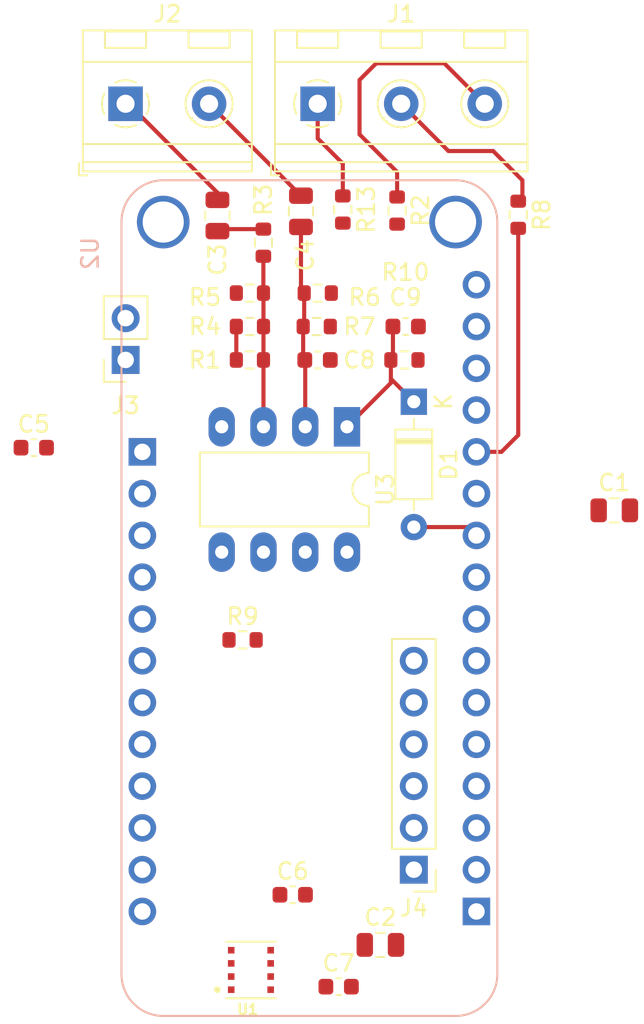
<source format=kicad_pcb>
(kicad_pcb (version 20211014) (generator pcbnew)
  (layers (0 "F.Cu" signal) (31 "B.Cu" signal) (34 "B.Paste" user) (35 "F.Paste" user) (36 "B.SilkS" user "B.Silkscreen") (37 "F.SilkS" user "F.Silkscreen") (38 "B.Mask" user) (39 "F.Mask" user) (44 "Edge.Cuts" user))
  (net 0 "")
  (net 1 "GND")
  (net 2 "DIRECTION")
  (net 3 "+10V")
  (net 4 "Net-(C3-Pad1)")
  (net 5 "Net-(C3-Pad2)")
  (net 6 "Net-(C4-Pad1)")
  (net 7 "Net-(C4-Pad2)")
  (net 8 "VCC")
  (net 9 "Net-(C9-Pad2)")
  (net 10 "SPEED")
  (net 11 "Net-(J1-Pad1)")
  (net 12 "Net-(J1-Pad2)")
  (net 13 "Net-(J1-Pad3)")
  (net 14 "SCK")
  (net 15 "MISO")
  (net 16 "MOSI")
  (net 17 "CAMERA_CS")
  (net 18 "Net-(R1-Pad2)")
  (net 19 "Net-(R9-Pad1)")
  (net 20 "SDA")
  (net 21 "SCL")
  (net 38 "+BATT")
  (footprint "Resistor_SMD:R_0603_1608Metric" (layer "F.Cu") (at 180.34 86.36)
    (fp_text reference "R9" (at 0 -1.43) (layer "F.SilkS"))
    (fp_text value "10K")
    (fp_line (start -0.237258 0.5225) (end 0.237258 0.5225) (layer "F.SilkS") (width 0.12))
    (fp_line (start -0.237258 -0.5225) (end 0.237258 -0.5225) (layer "F.SilkS") (width 0.12))
    (pad "1" smd roundrect (at -0.825 0) (size 0.8 0.95) (layers "F.Cu" "F.Paste" "F.Mask") (net 19 "Net-(R9-Pad1)"))
    (pad "2" smd roundrect (at 0.825 0) (size 0.8 0.95) (layers "F.Cu" "F.Paste" "F.Mask") (net 8 "VCC"))
  )
  (footprint "Resistor_SMD:R_0603_1608Metric" (layer "F.Cu") (at 197.104 60.515 -90)
    (fp_text reference "R8" (at 0 -1.43 90) (layer "F.SilkS"))
    (fp_text value "100k")
    (fp_line (start -0.237258 -0.5225) (end 0.237258 -0.5225) (layer "F.SilkS") (width 0.12))
    (fp_line (start -0.237258 0.5225) (end 0.237258 0.5225) (layer "F.SilkS") (width 0.12))
    (pad "1" smd roundrect (at -0.825 0 270) (size 0.8 0.95) (layers "F.Cu" "F.Paste" "F.Mask") (net 12 "Net-(J1-Pad2)"))
    (pad "2" smd roundrect (at 0.825 0 270) (size 0.8 0.95) (layers "F.Cu" "F.Paste" "F.Mask") (net 2 "DIRECTION"))
  )
  (footprint "Capacitor_SMD:C_0603_1608Metric" (layer "F.Cu") (at 186.182 107.442)
    (fp_text reference "C7" (at 0 -1.43) (layer "F.SilkS"))
    (fp_text value "0.1uf")
    (fp_line (start -0.14058 -0.51) (end 0.14058 -0.51) (layer "F.SilkS") (width 0.12))
    (fp_line (start -0.14058 0.51) (end 0.14058 0.51) (layer "F.SilkS") (width 0.12))
    (pad "1" smd roundrect (at -0.775 0) (size 0.9 0.95) (layers "F.Cu" "F.Paste" "F.Mask") (net 1 "GND"))
    (pad "2" smd roundrect (at 0.775 0) (size 0.9 0.95) (layers "F.Cu" "F.Paste" "F.Mask") (net 8 "VCC"))
  )
  (footprint "Resistor_SMD:R_0603_1608Metric" (layer "F.Cu") (at 186.436 60.198 -90)
    (fp_text reference "R13" (at 0 -1.43 90) (layer "F.SilkS"))
    (fp_text value "270")
    (fp_line (start -0.237258 0.5225) (end 0.237258 0.5225) (layer "F.SilkS") (width 0.12))
    (fp_line (start -0.237258 -0.5225) (end 0.237258 -0.5225) (layer "F.SilkS") (width 0.12))
    (pad "1" smd roundrect (at -0.825 0 270) (size 0.8 0.95) (layers "F.Cu" "F.Paste" "F.Mask") (net 11 "Net-(J1-Pad1)"))
    (pad "2" smd roundrect (at 0.825 0 270) (size 0.8 0.95) (layers "F.Cu" "F.Paste" "F.Mask") (net 1 "GND"))
  )
  (footprint "Capacitor_SMD:C_0603_1608Metric" (layer "F.Cu") (at 183.388 101.854)
    (fp_text reference "C6" (at 0 -1.43) (layer "F.SilkS"))
    (fp_text value "0.1uf")
    (fp_line (start -0.14058 0.51) (end 0.14058 0.51) (layer "F.SilkS") (width 0.12))
    (fp_line (start -0.14058 -0.51) (end 0.14058 -0.51) (layer "F.SilkS") (width 0.12))
    (pad "1" smd roundrect (at -0.775 0) (size 0.9 0.95) (layers "F.Cu" "F.Paste" "F.Mask") (net 1 "GND"))
    (pad "2" smd roundrect (at 0.775 0) (size 0.9 0.95) (layers "F.Cu" "F.Paste" "F.Mask") (net 8 "VCC"))
  )
  (footprint "TerminalBlock_RND:TerminalBlock_RND_205-00232_1x02_P5.08mm_Horizontal" (layer "F.Cu") (at 173.223 53.769)
    (fp_text reference "J2" (at 2.54 -5.46) (layer "F.SilkS"))
    (fp_text value "NRG400")
    (fp_line (start -2.6 3.55) (end 7.68 3.55) (layer "F.SilkS") (width 0.12))
    (fp_line (start 7.68 -4.46) (end 7.68 4.11) (layer "F.SilkS") (width 0.12))
    (fp_line (start -2.84 3.61) (end -2.84 4.35) (layer "F.SilkS") (width 0.12))
    (fp_line (start -2.84 4.35) (end -2.34 4.35) (layer "F.SilkS") (width 0.12))
    (fp_line (start -2.6 -4.46) (end -2.6 4.11) (layer "F.SilkS") (width 0.12))
    (fp_line (start 4.056 0.85) (end 3.996 0.91) (layer "F.SilkS") (width 0.12))
    (fp_line (start 6.165 -0.91) (end 6.105 -0.851) (layer "F.SilkS") (width 0.12))
    (fp_line (start 3.83 -4.4) (end 6.33 -4.4) (layer "F.SilkS") (width 0.12))
    (fp_line (start 3.83 -3.4) (end 6.33 -3.4) (layer "F.SilkS") (width 0.12))
    (fp_line (start 5.991 -1.085) (end 5.951 -1.045) (layer "F.SilkS") (width 0.12))
    (fp_line (start -2.6 -2.55) (end 7.68 -2.55) (layer "F.SilkS") (width 0.12))
    (fp_line (start -2.6 2.45) (end 7.68 2.45) (layer "F.SilkS") (width 0.12))
    (fp_line (start -2.6 4.11) (end 7.68 4.11) (layer "F.SilkS") (width 0.12))
    (fp_line (start 6.33 -4.4) (end 6.33 -3.4) (layer "F.SilkS") (width 0.12))
    (fp_line (start 1.25 -4.4) (end 1.25 -3.4) (layer "F.SilkS") (width 0.12))
    (fp_line (start -1.25 -4.4) (end -1.25 -3.4) (layer "F.SilkS") (width 0.12))
    (fp_line (start -1.25 -3.4) (end 1.25 -3.4) (layer "F.SilkS") (width 0.12))
    (fp_line (start -2.6 -4.46) (end 7.68 -4.46) (layer "F.SilkS") (width 0.12))
    (fp_line (start 4.21 1.045) (end 4.17 1.085) (layer "F.SilkS") (width 0.12))
    (fp_line (start -1.25 -4.4) (end 1.25 -4.4) (layer "F.SilkS") (width 0.12))
    (fp_line (start 3.83 -4.4) (end 3.83 -3.4) (layer "F.SilkS") (width 0.12))
    (fp_arc (start -0.627362 -1.285823) (mid -0.000201 -1.430706) (end 0.627 -1.286) (layer "F.SilkS") (width 0.12))
    (fp_arc (start 0.02428 1.43094) (mid -0.310437 1.397071) (end -0.628 1.286) (layer "F.SilkS") (width 0.12))
    (fp_arc (start 0.626871 1.285275) (mid 0.32168 1.393349) (end 0 1.43) (layer "F.SilkS") (width 0.12))
    (fp_arc (start -1.286611 0.626746) (mid -1.431146 -0.000698) (end -1.286 -0.628) (layer "F.SilkS") (width 0.12))
    (fp_arc (start 1.285823 -0.627362) (mid 1.430707 -0.000201) (end 1.286 0.627) (layer "F.SilkS") (width 0.12))
    (fp_circle (center 5.08 0) (end 6.51 0) (layer "F.SilkS") (width 0.12) (fill none))
    (pad "1" thru_hole rect (at 0 0) (size 2.1 2.1) (drill 1.1) (layers *.Cu *.Mask) (net 5 "Net-(C3-Pad2)"))
    (pad "2" thru_hole circle (at 5.08 0) (size 2.1 2.1) (drill 1.1) (layers *.Cu *.Mask) (net 7 "Net-(C4-Pad2)"))
  )
  (footprint "Connector_PinHeader_2.54mm:PinHeader_1x06_P2.54mm_Vertical" (layer "F.Cu") (at 190.754 100.33 180)
    (fp_text reference "J4" (at 0 -2.33) (layer "F.SilkS"))
    (fp_text value "ARDUCAM")
    (fp_line (start -1.33 -1.33) (end 0 -1.33) (layer "F.SilkS") (width 0.12))
    (fp_line (start 1.33 1.27) (end 1.33 14.03) (layer "F.SilkS") (width 0.12))
    (fp_line (start -1.33 1.27) (end 1.33 1.27) (layer "F.SilkS") (width 0.12))
    (fp_line (start -1.33 0) (end -1.33 -1.33) (layer "F.SilkS") (width 0.12))
    (fp_line (start -1.33 14.03) (end 1.33 14.03) (layer "F.SilkS") (width 0.12))
    (fp_line (start -1.33 1.27) (end -1.33 14.03) (layer "F.SilkS") (width 0.12))
    (pad "1" thru_hole rect (at 0 0 180) (size 1.7 1.7) (drill 1) (layers *.Cu *.Mask) (net 8 "VCC"))
    (pad "2" thru_hole oval (at 0 2.54 180) (size 1.7 1.7) (drill 1) (layers *.Cu *.Mask) (net 1 "GND"))
    (pad "3" thru_hole oval (at 0 5.08 180) (size 1.7 1.7) (drill 1) (layers *.Cu *.Mask) (net 14 "SCK"))
    (pad "4" thru_hole oval (at 0 7.62 180) (size 1.7 1.7) (drill 1) (layers *.Cu *.Mask) (net 15 "MISO"))
    (pad "5" thru_hole oval (at 0 10.16 180) (size 1.7 1.7) (drill 1) (layers *.Cu *.Mask) (net 16 "MOSI"))
    (pad "6" thru_hole oval (at 0 12.7 180) (size 1.7 1.7) (drill 1) (layers *.Cu *.Mask) (net 17 "CAMERA_CS"))
  )
  (footprint "Diode_THT:D_DO-35_SOD27_P7.62mm_Horizontal" (layer "F.Cu") (at 190.754 71.882 -90)
    (fp_text reference "D1" (at 3.81 -2.12 90) (layer "F.SilkS"))
    (fp_text value "1N914")
    (fp_text user "K" (at 0 -1.8 90) (layer "F.SilkS"))
    (fp_line (start 1.04 0) (end 1.69 0) (layer "F.SilkS") (width 0.12))
    (fp_line (start 2.53 -1.12) (end 2.53 1.12) (layer "F.SilkS") (width 0.12))
    (fp_line (start 2.41 -1.12) (end 2.41 1.12) (layer "F.SilkS") (width 0.12))
    (fp_line (start 2.29 -1.12) (end 2.29 1.12) (layer "F.SilkS") (width 0.12))
    (fp_line (start 1.69 1.12) (end 5.93 1.12) (layer "F.SilkS") (width 0.12))
    (fp_line (start 1.69 -1.12) (end 1.69 1.12) (layer "F.SilkS") (width 0.12))
    (fp_line (start 5.93 -1.12) (end 1.69 -1.12) (layer "F.SilkS") (width 0.12))
    (fp_line (start 6.58 0) (end 5.93 0) (layer "F.SilkS") (width 0.12))
    (fp_line (start 5.93 1.12) (end 5.93 -1.12) (layer "F.SilkS") (width 0.12))
    (pad "1" thru_hole rect (at 0 0 270) (size 1.6 1.6) (drill 0.8) (layers *.Cu *.Mask) (net 9 "Net-(C9-Pad2)"))
    (pad "2" thru_hole oval (at 7.62 0 270) (size 1.6 1.6) (drill 0.8) (layers *.Cu *.Mask) (net 10 "SPEED"))
  )
  (footprint "Capacitor_SMD:C_0805_2012Metric" (layer "F.Cu") (at 202.946 78.486)
    (fp_text reference "C1" (at 0 -1.68) (layer "F.SilkS"))
    (fp_text value "10uf")
    (fp_line (start -0.261252 -0.735) (end 0.261252 -0.735) (layer "F.SilkS") (width 0.12))
    (fp_line (start -0.261252 0.735) (end 0.261252 0.735) (layer "F.SilkS") (width 0.12))
    (pad "1" smd roundrect (at -0.95 0) (size 1 1.45) (layers "F.Cu" "F.Paste" "F.Mask") (net 1 "GND"))
    (pad "2" smd roundrect (at 0.95 0) (size 1 1.45) (layers "F.Cu" "F.Paste" "F.Mask") (net 2 "DIRECTION"))
  )
  (footprint "Resistor_SMD:R_0603_1608Metric" (layer "F.Cu") (at 184.912 65.278 180)
    (fp_text reference "R6" (at -2.857 -0.254) (layer "F.SilkS"))
    (fp_text value "10K")
    (fp_line (start -0.237258 0.5225) (end 0.237258 0.5225) (layer "F.SilkS") (width 0.12))
    (fp_line (start -0.237258 -0.5225) (end 0.237258 -0.5225) (layer "F.SilkS") (width 0.12))
    (pad "1" smd roundrect (at -0.825 0 180) (size 0.8 0.95) (layers "F.Cu" "F.Paste" "F.Mask") (net 8 "VCC"))
    (pad "2" smd roundrect (at 0.825 0 180) (size 0.8 0.95) (layers "F.Cu" "F.Paste" "F.Mask") (net 6 "Net-(C4-Pad1)"))
  )
  (footprint "TerminalBlock_RND:TerminalBlock_RND_205-00233_1x03_P5.08mm_Horizontal" (layer "F.Cu") (at 184.907 53.769)
    (fp_text reference "J1" (at 5.08 -5.46) (layer "F.SilkS"))
    (fp_text value "NRG200P")
    (fp_line (start -1.25 -4.4) (end -1.25 -3.4) (layer "F.SilkS") (width 0.12))
    (fp_line (start -2.6 2.45) (end 12.76 2.45) (layer "F.SilkS") (width 0.12))
    (fp_line (start -2.6 -4.46) (end 12.76 -4.46) (layer "F.SilkS") (width 0.12))
    (fp_line (start 9.29 1.045) (end 9.25 1.085) (layer "F.SilkS") (width 0.12))
    (fp_line (start 3.83 -4.4) (end 6.33 -4.4) (layer "F.SilkS") (width 0.12))
    (fp_line (start 11.071 -1.085) (end 11.031 -1.045) (layer "F.SilkS") (width 0.12))
    (fp_line (start -2.6 3.55) (end 12.76 3.55) (layer "F.SilkS") (width 0.12))
    (fp_line (start 4.056 0.85) (end 3.996 0.91) (layer "F.SilkS") (width 0.12))
    (fp_line (start 3.83 -3.4) (end 6.33 -3.4) (layer "F.SilkS") (width 0.12))
    (fp_line (start 6.165 -0.91) (end 6.105 -0.851) (layer "F.SilkS") (width 0.12))
    (fp_line (start 6.33 -4.4) (end 6.33 -3.4) (layer "F.SilkS") (width 0.12))
    (fp_line (start -2.6 -4.46) (end -2.6 4.11) (layer "F.SilkS") (width 0.12))
    (fp_line (start 12.76 -4.46) (end 12.76 4.11) (layer "F.SilkS") (width 0.12))
    (fp_line (start 11.41 -4.4) (end 11.41 -3.4) (layer "F.SilkS") (width 0.12))
    (fp_line (start 8.91 -4.4) (end 8.91 -3.4) (layer "F.SilkS") (width 0.12))
    (fp_line (start 8.91 -3.4) (end 11.41 -3.4) (layer "F.SilkS") (width 0.12))
    (fp_line (start 11.245 -0.91) (end 11.185 -0.851) (layer "F.SilkS") (width 0.12))
    (fp_line (start -1.25 -3.4) (end 1.25 -3.4) (layer "F.SilkS") (width 0.12))
    (fp_line (start 9.136 0.85) (end 9.076 0.91) (layer "F.SilkS") (width 0.12))
    (fp_line (start 8.91 -4.4) (end 11.41 -4.4) (layer "F.SilkS") (width 0.12))
    (fp_line (start 5.991 -1.085) (end 5.951 -1.045) (layer "F.SilkS") (width 0.12))
    (fp_line (start -2.84 3.61) (end -2.84 4.35) (layer "F.SilkS") (width 0.12))
    (fp_line (start -2.6 4.11) (end 12.76 4.11) (layer "F.SilkS") (width 0.12))
    (fp_line (start -2.6 -2.55) (end 12.76 -2.55) (layer "F.SilkS") (width 0.12))
    (fp_line (start 4.21 1.045) (end 4.17 1.085) (layer "F.SilkS") (width 0.12))
    (fp_line (start 3.83 -4.4) (end 3.83 -3.4) (layer "F.SilkS") (width 0.12))
    (fp_line (start -2.84 4.35) (end -2.34 4.35) (layer "F.SilkS") (width 0.12))
    (fp_line (start 1.25 -4.4) (end 1.25 -3.4) (layer "F.SilkS") (width 0.12))
    (fp_line (start -1.25 -4.4) (end 1.25 -4.4) (layer "F.SilkS") (width 0.12))
    (fp_arc (start 0.626871 1.285275) (mid 0.32168 1.393349) (end 0 1.43) (layer "F.SilkS") (width 0.12))
    (fp_arc (start -1.286611 0.626746) (mid -1.431146 -0.000698) (end -1.286 -0.628) (layer "F.SilkS") (width 0.12))
    (fp_arc (start -0.627362 -1.285823) (mid -0.000201 -1.430706) (end 0.627 -1.286) (layer "F.SilkS") (width 0.12))
    (fp_arc (start 0.02428 1.43094) (mid -0.310437 1.397071) (end -0.628 1.286) (layer "F.SilkS") (width 0.12))
    (fp_arc (start 1.285823 -0.627362) (mid 1.430707 -0.000201) (end 1.286 0.627) (layer "F.SilkS") (width 0.12))
    (fp_circle (center 5.08 0) (end 6.51 0) (layer "F.SilkS") (width 0.12) (fill none))
    (fp_circle (center 10.16 0) (end 11.59 0) (layer "F.SilkS") (width 0.12) (fill none))
    (pad "1" thru_hole rect (at 0 0) (size 2.1 2.1) (drill 1.1) (layers *.Cu *.Mask) (net 11 "Net-(J1-Pad1)"))
    (pad "2" thru_hole circle (at 5.08 0) (size 2.1 2.1) (drill 1.1) (layers *.Cu *.Mask) (net 12 "Net-(J1-Pad2)"))
    (pad "3" thru_hole circle (at 10.16 0) (size 2.1 2.1) (drill 1.1) (layers *.Cu *.Mask) (net 13 "Net-(J1-Pad3)"))
  )
  (footprint "Resistor_SMD:R_0603_1608Metric" (layer "F.Cu") (at 190.183 69.342)
    (fp_text reference "R10" (at 0.063 -5.334) (layer "F.SilkS"))
    (fp_text value "100K")
    (fp_line (start -0.237258 -0.5225) (end 0.237258 -0.5225) (layer "F.SilkS") (width 0.12))
    (fp_line (start -0.237258 0.5225) (end 0.237258 0.5225) (layer "F.SilkS") (width 0.12))
    (pad "1" smd roundrect (at -0.825 0) (size 0.8 0.95) (layers "F.Cu" "F.Paste" "F.Mask") (net 9 "Net-(C9-Pad2)"))
    (pad "2" smd roundrect (at 0.825 0) (size 0.8 0.95) (layers "F.Cu" "F.Paste" "F.Mask") (net 8 "VCC"))
  )
  (footprint "Resistor_SMD:R_0603_1608Metric" (layer "F.Cu") (at 180.785 65.278 180)
    (fp_text reference "R5" (at 2.731 -0.254) (layer "F.SilkS"))
    (fp_text value "10K")
    (fp_line (start -0.237258 0.5225) (end 0.237258 0.5225) (layer "F.SilkS") (width 0.12))
    (fp_line (start -0.237258 -0.5225) (end 0.237258 -0.5225) (layer "F.SilkS") (width 0.12))
    (pad "1" smd roundrect (at -0.825 0 180) (size 0.8 0.95) (layers "F.Cu" "F.Paste" "F.Mask") (net 18 "Net-(R1-Pad2)"))
    (pad "2" smd roundrect (at 0.825 0 180) (size 0.8 0.95) (layers "F.Cu" "F.Paste" "F.Mask") (net 8 "VCC"))
  )
  (footprint "Resistor_SMD:R_0603_1608Metric" (layer "F.Cu") (at 181.605 62.214 90)
    (fp_text reference "R3" (at 2.603 0 90) (layer "F.SilkS"))
    (fp_text value "10K")
    (fp_line (start -0.237258 -0.5225) (end 0.237258 -0.5225) (layer "F.SilkS") (width 0.12))
    (fp_line (start -0.237258 0.5225) (end 0.237258 0.5225) (layer "F.SilkS") (width 0.12))
    (pad "1" smd roundrect (at -0.825 0 90) (size 0.8 0.95) (layers "F.Cu" "F.Paste" "F.Mask") (net 18 "Net-(R1-Pad2)"))
    (pad "2" smd roundrect (at 0.825 0 90) (size 0.8 0.95) (layers "F.Cu" "F.Paste" "F.Mask") (net 4 "Net-(C3-Pad1)"))
  )
  (footprint "Resistor_SMD:R_0603_1608Metric" (layer "F.Cu") (at 180.785 69.342)
    (fp_text reference "R1" (at -2.731 0) (layer "F.SilkS"))
    (fp_text value "100K")
    (fp_line (start -0.237258 0.5225) (end 0.237258 0.5225) (layer "F.SilkS") (width 0.12))
    (fp_line (start -0.237258 -0.5225) (end 0.237258 -0.5225) (layer "F.SilkS") (width 0.12))
    (pad "1" smd roundrect (at -0.825 0) (size 0.8 0.95) (layers "F.Cu" "F.Paste" "F.Mask") (net 1 "GND"))
    (pad "2" smd roundrect (at 0.825 0) (size 0.8 0.95) (layers "F.Cu" "F.Paste" "F.Mask") (net 18 "Net-(R1-Pad2)"))
  )
  (footprint "Capacitor_SMD:C_0603_1608Metric" (layer "F.Cu") (at 167.64 74.676)
    (fp_text reference "C5" (at 0 -1.43) (layer "F.SilkS"))
    (fp_text value "0.1uf")
    (fp_line (start -0.14058 -0.51) (end 0.14058 -0.51) (layer "F.SilkS") (width 0.12))
    (fp_line (start -0.14058 0.51) (end 0.14058 0.51) (layer "F.SilkS") (width 0.12))
    (pad "1" smd roundrect (at -0.775 0) (size 0.9 0.95) (layers "F.Cu" "F.Paste" "F.Mask") (net 8 "VCC"))
    (pad "2" smd roundrect (at 0.775 0) (size 0.9 0.95) (layers "F.Cu" "F.Paste" "F.Mask") (net 1 "GND"))
  )
  (footprint "Capacitor_SMD:C_0603_1608Metric" (layer "F.Cu") (at 190.259 67.31 180)
    (fp_text reference "C9" (at 0.013 1.778) (layer "F.SilkS"))
    (fp_text value "0.1uf")
    (fp_line (start -0.14058 0.51) (end 0.14058 0.51) (layer "F.SilkS") (width 0.12))
    (fp_line (start -0.14058 -0.51) (end 0.14058 -0.51) (layer "F.SilkS") (width 0.12))
    (pad "1" smd roundrect (at -0.775 0 180) (size 0.9 0.95) (layers "F.Cu" "F.Paste" "F.Mask") (net 1 "GND"))
    (pad "2" smd roundrect (at 0.775 0 180) (size 0.9 0.95) (layers "F.Cu" "F.Paste" "F.Mask") (net 9 "Net-(C9-Pad2)"))
  )
  (footprint "Capacitor_SMD:C_0603_1608Metric" (layer "F.Cu") (at 184.899 69.342 180)
    (fp_text reference "C8" (at -2.54 0) (layer "F.SilkS"))
    (fp_text value "0.1uf")
    (fp_line (start -0.14058 -0.51) (end 0.14058 -0.51) (layer "F.SilkS") (width 0.12))
    (fp_line (start -0.14058 0.51) (end 0.14058 0.51) (layer "F.SilkS") (width 0.12))
    (pad "1" smd roundrect (at -0.775 0 180) (size 0.9 0.95) (layers "F.Cu" "F.Paste" "F.Mask") (net 1 "GND"))
    (pad "2" smd roundrect (at 0.775 0 180) (size 0.9 0.95) (layers "F.Cu" "F.Paste" "F.Mask") (net 6 "Net-(C4-Pad1)"))
  )
  (footprint "Connector_PinSocket_2.54mm:PinSocket_1x02_P2.54mm_Vertical" (layer "F.Cu") (at 173.228 69.342 180)
    (fp_text reference "J3" (at 0 -2.77) (layer "F.SilkS"))
    (fp_text value "SOLAR")
    (fp_line (start 0 -1.33) (end 1.33 -1.33) (layer "F.SilkS") (width 0.12))
    (fp_line (start 1.33 1.27) (end 1.33 3.87) (layer "F.SilkS") (width 0.12))
    (fp_line (start -1.33 1.27) (end -1.33 3.87) (layer "F.SilkS") (width 0.12))
    (fp_line (start -1.33 3.87) (end 1.33 3.87) (layer "F.SilkS") (width 0.12))
    (fp_line (start 1.33 -1.33) (end 1.33 0) (layer "F.SilkS") (width 0.12))
    (fp_line (start -1.33 1.27) (end 1.33 1.27) (layer "F.SilkS") (width 0.12))
    (pad "1" thru_hole rect (at 0 0 180) (size 1.7 1.7) (drill 1) (layers *.Cu *.Mask) (net 3 "+10V"))
    (pad "2" thru_hole oval (at 0 2.54 180) (size 1.7 1.7) (drill 1) (layers *.Cu *.Mask) (net 1 "GND"))
  )
  (footprint "Resistor_SMD:R_0603_1608Metric" (layer "F.Cu") (at 180.785 67.31)
    (fp_text reference "R4" (at -2.731 0) (layer "F.SilkS"))
    (fp_text value "10K")
    (fp_line (start -0.237258 0.5225) (end 0.237258 0.5225) (layer "F.SilkS") (width 0.12))
    (fp_line (start -0.237258 -0.5225) (end 0.237258 -0.5225) (layer "F.SilkS") (width 0.12))
    (pad "1" smd roundrect (at -0.825 0) (size 0.8 0.95) (layers "F.Cu" "F.Paste" "F.Mask") (net 1 "GND"))
    (pad "2" smd roundrect (at 0.825 0) (size 0.8 0.95) (layers "F.Cu" "F.Paste" "F.Mask") (net 18 "Net-(R1-Pad2)"))
  )
  (footprint "Capacitor_SMD:C_0805_2012Metric" (layer "F.Cu") (at 183.891 60.307 90)
    (fp_text reference "C4" (at -2.685 0.259 90) (layer "F.SilkS"))
    (fp_text value "10uf")
    (fp_line (start -0.261252 0.735) (end 0.261252 0.735) (layer "F.SilkS") (width 0.12))
    (fp_line (start -0.261252 -0.735) (end 0.261252 -0.735) (layer "F.SilkS") (width 0.12))
    (pad "1" smd roundrect (at -0.95 0 90) (size 1 1.45) (layers "F.Cu" "F.Paste" "F.Mask") (net 6 "Net-(C4-Pad1)"))
    (pad "2" smd roundrect (at 0.95 0 90) (size 1 1.45) (layers "F.Cu" "F.Paste" "F.Mask") (net 7 "Net-(C4-Pad2)"))
  )
  (footprint "Package_DIP:DIP-8_W7.62mm_LongPads" (layer "F.Cu") (at 186.69 73.406 -90)
    (fp_text reference "U3" (at 3.81 -2.33 90) (layer "F.SilkS"))
    (fp_text value "LM393")
    (fp_line (start 6.06 -1.33) (end 4.81 -1.33) (layer "F.SilkS") (width 0.12))
    (fp_line (start 2.81 -1.33) (end 1.56 -1.33) (layer "F.SilkS") (width 0.12))
    (fp_line (start 1.56 -1.33) (end 1.56 8.95) (layer "F.SilkS") (width 0.12))
    (fp_line (start 6.06 8.95) (end 6.06 -1.33) (layer "F.SilkS") (width 0.12))
    (fp_line (start 1.56 8.95) (end 6.06 8.95) (layer "F.SilkS") (width 0.12))
    (fp_arc (start 4.81 -1.33) (mid 3.81 -0.33) (end 2.81 -1.33) (layer "F.SilkS") (width 0.12))
    (pad "1" thru_hole rect (at 0 0 270) (size 2.4 1.6) (drill 0.8) (layers *.Cu *.Mask) (net 9 "Net-(C9-Pad2)"))
    (pad "2" thru_hole oval (at 0 2.54 270) (size 2.4 1.6) (drill 0.8) (layers *.Cu *.Mask) (net 6 "Net-(C4-Pad1)"))
    (pad "3" thru_hole oval (at 0 5.08 270) (size 2.4 1.6) (drill 0.8) (layers *.Cu *.Mask) (net 18 "Net-(R1-Pad2)"))
    (pad "4" thru_hole oval (at 0 7.62 270) (size 2.4 1.6) (drill 0.8) (layers *.Cu *.Mask) (net 1 "GND"))
    (pad "5" thru_hole oval (at 7.62 7.62 270) (size 2.4 1.6) (drill 0.8) (layers *.Cu *.Mask) (net 1 "GND"))
    (pad "6" thru_hole oval (at 7.62 5.08 270) (size 2.4 1.6) (drill 0.8) (layers *.Cu *.Mask) (net 19 "Net-(R9-Pad1)"))
    (pad "7" thru_hole oval (at 7.62 2.54 270) (size 2.4 1.6) (drill 0.8) (layers *.Cu *.Mask))
    (pad "8" thru_hole oval (at 7.62 0 270) (size 2.4 1.6) (drill 0.8) (layers *.Cu *.Mask) (net 8 "VCC"))
  )
  (footprint "Capacitor_SMD:C_0805_2012Metric" (layer "F.Cu") (at 178.811 60.561 90)
    (fp_text reference "C3" (at -2.685 0.005 90) (layer "F.SilkS"))
    (fp_text value "10uf")
    (fp_line (start -0.261252 0.735) (end 0.261252 0.735) (layer "F.SilkS") (width 0.12))
    (fp_line (start -0.261252 -0.735) (end 0.261252 -0.735) (layer "F.SilkS") (width 0.12))
    (pad "1" smd roundrect (at -0.95 0 90) (size 1 1.45) (layers "F.Cu" "F.Paste" "F.Mask") (net 4 "Net-(C3-Pad1)"))
    (pad "2" smd roundrect (at 0.95 0 90) (size 1 1.45) (layers "F.Cu" "F.Paste" "F.Mask") (net 5 "Net-(C3-Pad2)"))
  )
  (footprint "Capacitor_SMD:C_0805_2012Metric" (layer "F.Cu") (at 188.722 104.902)
    (fp_text reference "C2" (at 0 -1.68) (layer "F.SilkS"))
    (fp_text value "10uf")
    (fp_line (start -0.261252 0.735) (end 0.261252 0.735) (layer "F.SilkS") (width 0.12))
    (fp_line (start -0.261252 -0.735) (end 0.261252 -0.735) (layer "F.SilkS") (width 0.12))
    (pad "1" smd roundrect (at -0.95 0) (size 1 1.45) (layers "F.Cu" "F.Paste" "F.Mask") (net 1 "GND"))
    (pad "2" smd roundrect (at 0.95 0) (size 1 1.45) (layers "F.Cu" "F.Paste" "F.Mask") (net 3 "+10V"))
  )
  (footprint "BME688:IC_BME688" (layer "F.Cu") (at 180.848 106.426 180)
    (fp_text reference "U1" (at 0.2 -2.4) (layer "F.SilkS") (effects (font (size 0.629921 0.629921))))
    (fp_text value "BME688")
    (fp_line (start -1.5 1.72) (end 1.5 1.72) (layer "F.SilkS") (width 0.127))
    (fp_line (start 1.5 -1.72) (end -1.5 -1.72) (layer "F.SilkS") (width 0.127))
    (fp_circle (center 2.045 -1.2) (end 2.145 -1.2) (layer "F.SilkS") (width 0.2) (fill none))
    (pad "1" smd rect locked (at 1.2 -1.2 180) (size 0.4 0.4) (layers "F.Cu" "F.Paste" "F.Mask") (net 1 "GND"))
    (pad "2" smd rect locked (at 1.2 -0.4 180) (size 0.4 0.4) (layers "F.Cu" "F.Paste" "F.Mask") (net 8 "VCC"))
    (pad "3" smd rect locked (at 1.2 0.4 180) (size 0.4 0.4) (layers "F.Cu" "F.Paste" "F.Mask") (net 20 "SDA"))
    (pad "4" smd rect locked (at 1.2 1.2 180) (size 0.4 0.4) (layers "F.Cu" "F.Paste" "F.Mask") (net 21 "SCL"))
    (pad "5" smd rect locked (at -1.2 1.2 180) (size 0.4 0.4) (layers "F.Cu" "F.Paste" "F.Mask") (net 1 "GND"))
    (pad "6" smd rect locked (at -1.2 0.4 180) (size 0.4 0.4) (layers "F.Cu" "F.Paste" "F.Mask") (net 8 "VCC"))
    (pad "7" smd rect locked (at -1.2 -0.4 180) (size 0.4 0.4) (layers "F.Cu" "F.Paste" "F.Mask") (net 1 "GND"))
    (pad "8" smd rect locked (at -1.2 -1.2 180) (size 0.4 0.4) (layers "F.Cu" "F.Paste" "F.Mask") (net 8 "VCC"))
  )
  (footprint "Resistor_SMD:R_0603_1608Metric" (layer "F.Cu") (at 184.849 67.31)
    (fp_text reference "R7" (at 2.603 0) (layer "F.SilkS"))
    (fp_text value "10K")
    (fp_line (start -0.237258 -0.5225) (end 0.237258 -0.5225) (layer "F.SilkS") (width 0.12))
    (fp_line (start -0.237258 0.5225) (end 0.237258 0.5225) (layer "F.SilkS") (width 0.12))
    (pad "1" smd roundrect (at -0.825 0) (size 0.8 0.95) (layers "F.Cu" "F.Paste" "F.Mask") (net 6 "Net-(C4-Pad1)"))
    (pad "2" smd roundrect (at 0.825 0) (size 0.8 0.95) (layers "F.Cu" "F.Paste" "F.Mask") (net 1 "GND"))
  )
  (footprint "Resistor_SMD:R_0603_1608Metric" (layer "F.Cu") (at 189.738 60.261 -90)
    (fp_text reference "R2" (at 0 -1.43 90) (layer "F.SilkS"))
    (fp_text value "10k")
    (fp_line (start -0.237258 -0.5225) (end 0.237258 -0.5225) (layer "F.SilkS") (width 0.12))
    (fp_line (start -0.237258 0.5225) (end 0.237258 0.5225) (layer "F.SilkS") (width 0.12))
    (pad "1" smd roundrect (at -0.825 0 270) (size 0.8 0.95) (layers "F.Cu" "F.Paste" "F.Mask") (net 13 "Net-(J1-Pad3)"))
    (pad "2" smd roundrect (at 0.825 0 270) (size 0.8 0.95) (layers "F.Cu" "F.Paste" "F.Mask") (net 8 "VCC"))
  )
  (footprint "ICARUS_IOT_BOARD_TH:MODULE_ICARUS_IOT_BOARD_TH" (layer "B.Cu") (at 184.404 83.82 -90)
    (fp_text reference "U2" (at -20.955 13.335 90) (layer "B.SilkS") (effects (justify mirror)))
    (fp_text value "ICARUS_IOT_BOARD_TH")
    (fp_line (start -22.86 11.43) (end 22.86 11.43) (layer "B.SilkS") (width 0.127))
    (fp_line (start 25.4 8.89) (end 25.4 -8.89) (layer "B.SilkS") (width 0.127))
    (fp_line (start -25.4 -8.89) (end -25.4 8.89) (layer "B.SilkS") (width 0.127))
    (fp_line (start 22.86 -11.43) (end -22.86 -11.43) (layer "B.SilkS") (width 0.127))
    (fp_arc (start -25.4 -8.89) (mid -24.656051 -10.686051) (end -22.86 -11.43) (layer "B.SilkS") (width 0.127))
    (fp_arc (start -22.86 11.43) (mid -24.656051 10.686051) (end -25.4 8.89) (layer "B.SilkS") (width 0.127))
    (fp_arc (start 25.4 8.89) (mid 24.656051 10.686051) (end 22.86 11.43) (layer "B.SilkS") (width 0.127))
    (fp_arc (start 22.86 -11.43) (mid 24.656051 -10.686051) (end 25.4 -8.89) (layer "B.SilkS") (width 0.127))
    (pad "" np_thru_hole circle locked (at 22.86 8.89 270) (size 2.54 2.54) (drill 2.54) (layers *.Cu *.Mask))
    (pad "" np_thru_hole circle locked (at 22.86 -8.89 270) (size 2.54 2.54) (drill 2.54) (layers *.Cu *.Mask))
    (pad "JP1_1" thru_hole rect locked (at 19.05 -10.16 270) (size 1.6764 1.6764) (drill 1) (layers *.Cu *.Mask) (net 3 "+10V"))
    (pad "JP1_2" thru_hole circle locked (at 16.51 -10.16 270) (size 1.6764 1.6764) (drill 1) (layers *.Cu *.Mask))
    (pad "JP1_3" thru_hole circle locked (at 13.97 -10.16 270) (size 1.6764 1.6764) (drill 1) (layers *.Cu *.Mask))
    (pad "JP1_4" thru_hole circle locked (at 11.43 -10.16 270) (size 1.6764 1.6764) (drill 1) (layers *.Cu *.Mask) (net 15 "MISO"))
    (pad "JP1_5" thru_hole circle locked (at 8.89 -10.16 270) (size 1.6764 1.6764) (drill 1) (layers *.Cu *.Mask) (net 16 "MOSI"))
    (pad "JP1_6" thru_hole circle locked (at 6.35 -10.16 270) (size 1.6764 1.6764) (drill 1) (layers *.Cu *.Mask) (net 14 "SCK"))
    (pad "JP1_7" thru_hole circle locked (at 3.81 -10.16 270) (size 1.6764 1.6764) (drill 1) (layers *.Cu *.Mask) (net 17 "CAMERA_CS"))
    (pad "JP1_8" thru_hole circle locked (at 1.27 -10.16 270) (size 1.6764 1.6764) (drill 1) (layers *.Cu *.Mask))
    (pad "JP1_9" thru_hole circle locked (at -1.27 -10.16 270) (size 1.6764 1.6764) (drill 1) (layers *.Cu *.Mask))
    (pad "JP1_10" thru_hole circle locked (at -3.81 -10.16 270) (size 1.6764 1.6764) (drill 1) (layers *.Cu *.Mask) (net 10 "SPEED"))
    (pad "JP1_11" thru_hole circle locked (at -6.35 -10.16 270) (size 1.6764 1.6764) (drill 1) (layers *.Cu *.Mask))
    (pad "JP1_12" thru_hole circle locked (at -8.89 -10.16 270) (size 1.6764 1.6764) (drill 1) (layers *.Cu *.Mask) (net 2 "DIRECTION"))
    (pad "JP1_13" thru_hole circle locked (at -11.43 -10.16 270) (size 1.6764 1.6764) (drill 1) (layers *.Cu *.Mask) (net 1 "GND"))
    (pad "JP1_14" thru_hole circle locked (at -13.97 -10.16 270) (size 1.6764 1.6764) (drill 1) (layers *.Cu *.Mask))
    (pad "JP1_15" thru_hole circle locked (at -16.51 -10.16 270) (size 1.6764 1.6764) (drill 1) (layers *.Cu *.Mask) (net 8 "VCC"))
    (pad "JP1_16" thru_hole circle locked (at -19.05 -10.16 270) (size 1.6764 1.6764) (drill 1) (layers *.Cu *.Mask))
    (pad "JP3_1" thru_hole rect locked (at -8.89 10.16 270) (size 1.6764 1.6764) (drill 1) (layers *.Cu *.Mask) (net 38 "+BATT"))
    (pad "JP3_2" thru_hole circle locked (at -6.35 10.16 270) (size 1.6764 1.6764) (drill 1) (layers *.Cu *.Mask))
    (pad "JP3_3" thru_hole circle locked (at -3.81 10.16 270) (size 1.6764 1.6764) (drill 1) (layers *.Cu *.Mask))
    (pad "JP3_4" thru_hole circle locked (at -1.27 10.16 270) (size 1.6764 1.6764) (drill 1) (layers *.Cu *.Mask))
    (pad "JP3_5" thru_hole circle locked (at 1.27 10.16 270) (size 1.6764 1.6764) (drill 1) (layers *.Cu *.Mask))
    (pad "JP3_6" thru_hole circle locked (at 3.81 10.16 270) (size 1.6764 1.6764) (drill 1) (layers *.Cu *.Mask))
    (pad "JP3_7" thru_hole circle locked (at 6.35 10.16 270) (size 1.6764 1.6764) (drill 1) (layers *.Cu *.Mask))
    (pad "JP3_8" thru_hole circle locked (at 8.89 10.16 270) (size 1.6764 1.6764) (drill 1) (layers *.Cu *.Mask))
    (pad "JP3_9" thru_hole circle locked (at 11.43 10.16 270) (size 1.6764 1.6764) (drill 1) (layers *.Cu *.Mask))
    (pad "JP3_10" thru_hole circle locked (at 13.97 10.16 270) (size 1.6764 1.6764) (drill 1) (layers *.Cu *.Mask))
    (pad "JP3_11" thru_hole circle locked (at 16.51 10.16 270) (size 1.6764 1.6764) (drill 1) (layers *.Cu *.Mask) (net 21 "SCL"))
    (pad "JP3_12" thru_hole circle locked (at 19.05 10.16 270) (size 1.6764 1.6764) (drill 1) (layers *.Cu *.Mask) (net 20 "SDA"))
    (pad "P1" thru_hole circle locked (at -22.86 8.89 270) (size 3.2 3.2) (drill 2.5) (layers *.Cu *.Mask))
    (pad "P2" thru_hole circle locked (at -22.86 -8.89 270) (size 3.2 3.2) (drill 2.5) (layers *.Cu *.Mask))
  )
  (segment (start 179.96 67.31) (end 179.96 69.342) (width 0.25) (layer "F.Cu") (net 1))
  (segment (start 196.088 74.93) (end 194.564 74.93) (width 0.25) (layer "F.Cu") (net 2))
  (segment (start 197.104 61.34) (end 197.104 73.914) (width 0.25) (layer "F.Cu") (net 2))
  (segment (start 197.104 73.914) (end 196.088 74.93) (width 0.25) (layer "F.Cu") (net 2))
  (segment (start 178.811 61.511) (end 178.933 61.389) (width 0.25) (layer "F.Cu") (net 4))
  (segment (start 178.933 61.389) (end 181.605 61.389) (width 0.25) (layer "F.Cu") (net 4))
  (segment (start 178.811 59.611) (end 178.811 59.177) (width 0.25) (layer "F.Cu") (net 5))
  (segment (start 173.403 53.769) (end 173.223 53.769) (width 0.25) (layer "F.Cu") (net 5))
  (segment (start 178.811 59.177) (end 173.403 53.769) (width 0.25) (layer "F.Cu") (net 5))
  (segment (start 183.891 61.257) (end 183.891 65.082) (width 0.25) (layer "F.Cu") (net 6))
  (segment (start 184.15 69.368) (end 184.15 73.406) (width 0.25) (layer "F.Cu") (net 6))
  (segment (start 184.024 67.31) (end 184.024 69.242) (width 0.25) (layer "F.Cu") (net 6))
  (segment (start 183.891 65.082) (end 184.087 65.278) (width 0.25) (layer "F.Cu") (net 6))
  (segment (start 184.124 69.342) (end 184.15 69.368) (width 0.25) (layer "F.Cu") (net 6))
  (segment (start 184.087 67.247) (end 184.024 67.31) (width 0.25) (layer "F.Cu") (net 6))
  (segment (start 184.087 65.278) (end 184.087 67.247) (width 0.25) (layer "F.Cu") (net 6))
  (segment (start 184.024 69.242) (end 184.124 69.342) (width 0.25) (layer "F.Cu") (net 6))
  (segment (start 183.891 59.357) (end 178.303 53.769) (width 0.25) (layer "F.Cu") (net 7))
  (segment (start 189.358 70.486) (end 189.358 70.484) (width 0.25) (layer "F.Cu") (net 9))
  (segment (start 189.358 70.484) (end 189.358 70.738) (width 0.25) (layer "F.Cu") (net 9))
  (segment (start 189.484 69.216) (end 189.358 69.342) (width 0.25) (layer "F.Cu") (net 9))
  (segment (start 189.484 67.31) (end 189.484 69.216) (width 0.25) (layer "F.Cu") (net 9))
  (segment (start 190.754 71.882) (end 189.358 70.486) (width 0.25) (layer "F.Cu") (net 9))
  (segment (start 189.358 69.342) (end 189.358 70.484) (width 0.25) (layer "F.Cu") (net 9))
  (segment (start 189.358 70.738) (end 186.69 73.406) (width 0.25) (layer "F.Cu") (net 9))
  (segment (start 194.056 79.502) (end 194.564 80.01) (width 0.25) (layer "F.Cu") (net 10))
  (segment (start 190.754 79.502) (end 194.056 79.502) (width 0.25) (layer "F.Cu") (net 10))
  (segment (start 184.907 55.875) (end 186.436 57.404) (width 0.25) (layer "F.Cu") (net 11))
  (segment (start 186.436 57.404) (end 186.436 59.373) (width 0.25) (layer "F.Cu") (net 11))
  (segment (start 184.907 53.769) (end 184.907 55.875) (width 0.25) (layer "F.Cu") (net 11))
  (segment (start 197.358 59.436) (end 197.104 59.69) (width 0.25) (layer "F.Cu") (net 12))
  (segment (start 197.358 58.42) (end 197.358 59.436) (width 0.25) (layer "F.Cu") (net 12))
  (segment (start 192.86 56.642) (end 195.58 56.642) (width 0.25) (layer "F.Cu") (net 12))
  (segment (start 189.987 53.769) (end 192.86 56.642) (width 0.25) (layer "F.Cu") (net 12))
  (segment (start 195.58 56.642) (end 197.358 58.42) (width 0.25) (layer "F.Cu") (net 12))
  (segment (start 187.452 55.626) (end 187.452 52.324) (width 0.25) (layer "F.Cu") (net 13))
  (segment (start 189.738 57.912) (end 187.452 55.626) (width 0.25) (layer "F.Cu") (net 13))
  (segment (start 188.468 51.308) (end 192.606 51.308) (width 0.25) (layer "F.Cu") (net 13))
  (segment (start 192.606 51.308) (end 195.067 53.769) (width 0.25) (layer "F.Cu") (net 13))
  (segment (start 189.738 59.436) (end 189.738 57.912) (width 0.25) (layer "F.Cu") (net 13))
  (segment (start 187.452 52.324) (end 188.468 51.308) (width 0.25) (layer "F.Cu") (net 13))
  (segment (start 181.61 67.31) (end 181.61 69.342) (width 0.25) (layer "F.Cu") (net 18))
  (segment (start 181.605 63.039) (end 181.605 65.273) (width 0.25) (layer "F.Cu") (net 18))
  (segment (start 181.61 69.342) (end 181.61 73.406) (width 0.25) (layer "F.Cu") (net 18))
  (segment (start 181.61 65.278) (end 181.61 67.31) (width 0.25) (layer "F.Cu") (net 18))
  (segment (start 181.605 65.273) (end 181.61 65.278) (width 0.25) (layer "F.Cu") (net 18))
)
</source>
